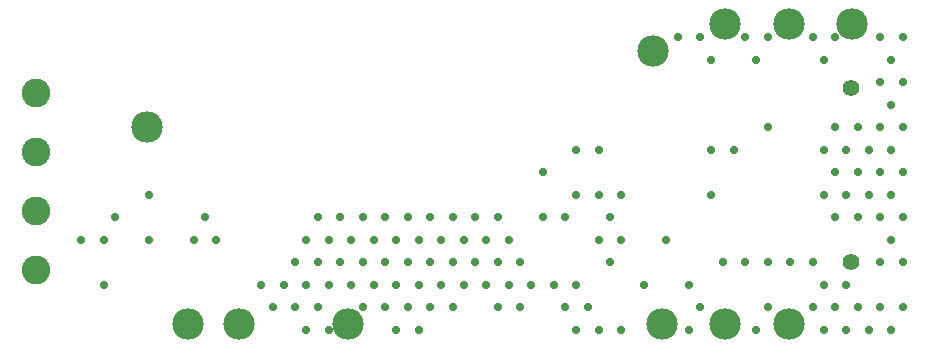
<source format=gbs>
G04*
G04 #@! TF.GenerationSoftware,Altium Limited,Altium Designer,20.0.14 (345)*
G04*
G04 Layer_Color=16711935*
%FSAX25Y25*%
%MOIN*%
G70*
G01*
G75*
%ADD40C,0.10500*%
%ADD41C,0.09555*%
%ADD42C,0.02900*%
%ADD43C,0.05500*%
D40*
X0294500Y0109500D02*
D03*
X0273333Y0009500D02*
D03*
X0252167D02*
D03*
X0231000D02*
D03*
X0090000D02*
D03*
X0059500Y0075000D02*
D03*
X0073000Y0009500D02*
D03*
X0252167Y0109500D02*
D03*
X0273333D02*
D03*
X0228000Y0100500D02*
D03*
X0126500Y0009500D02*
D03*
D41*
X0022500Y0086583D02*
D03*
Y0066898D02*
D03*
Y0027528D02*
D03*
Y0047213D02*
D03*
D42*
X0311250Y0105000D02*
D03*
X0307500Y0097500D02*
D03*
X0311250Y0090000D02*
D03*
X0307500Y0082500D02*
D03*
X0311250Y0075000D02*
D03*
X0307500Y0067500D02*
D03*
X0311250Y0060000D02*
D03*
X0307500Y0052500D02*
D03*
X0311250Y0045000D02*
D03*
X0307500Y0037500D02*
D03*
X0311250Y0030000D02*
D03*
Y0015000D02*
D03*
X0307500Y0007500D02*
D03*
X0303750Y0105000D02*
D03*
Y0090000D02*
D03*
Y0075000D02*
D03*
X0300000Y0067500D02*
D03*
X0303750Y0060000D02*
D03*
X0300000Y0052500D02*
D03*
X0303750Y0045000D02*
D03*
Y0030000D02*
D03*
Y0015000D02*
D03*
X0300000Y0007500D02*
D03*
X0296250Y0075000D02*
D03*
X0292500Y0067500D02*
D03*
X0296250Y0060000D02*
D03*
X0292500Y0052500D02*
D03*
X0296250Y0045000D02*
D03*
X0292500Y0022500D02*
D03*
X0296250Y0015000D02*
D03*
X0292500Y0007500D02*
D03*
X0288750Y0105000D02*
D03*
X0285000Y0097500D02*
D03*
X0288750Y0075000D02*
D03*
X0285000Y0067500D02*
D03*
X0288750Y0060000D02*
D03*
X0285000Y0052500D02*
D03*
X0288750Y0045000D02*
D03*
X0285000Y0022500D02*
D03*
X0288750Y0015000D02*
D03*
X0285000Y0007500D02*
D03*
X0281250Y0105000D02*
D03*
Y0030000D02*
D03*
Y0015000D02*
D03*
X0273750Y0030000D02*
D03*
X0266250Y0105000D02*
D03*
X0262500Y0097500D02*
D03*
X0266250Y0075000D02*
D03*
Y0030000D02*
D03*
Y0015000D02*
D03*
X0262500Y0007500D02*
D03*
X0258750Y0105000D02*
D03*
X0255000Y0067500D02*
D03*
X0258750Y0030000D02*
D03*
X0247500Y0097500D02*
D03*
Y0067500D02*
D03*
Y0052500D02*
D03*
X0251250Y0030000D02*
D03*
X0243750Y0105000D02*
D03*
X0240000Y0022500D02*
D03*
X0243750Y0015000D02*
D03*
X0240000Y0007500D02*
D03*
X0236250Y0105000D02*
D03*
X0232500Y0037500D02*
D03*
X0225000Y0022500D02*
D03*
X0217500Y0052500D02*
D03*
Y0037500D02*
D03*
Y0007500D02*
D03*
X0210000Y0067500D02*
D03*
Y0052500D02*
D03*
X0213750Y0045000D02*
D03*
X0210000Y0037500D02*
D03*
X0213750Y0030000D02*
D03*
X0210000Y0007500D02*
D03*
X0202500Y0067500D02*
D03*
Y0052500D02*
D03*
Y0022500D02*
D03*
X0206250Y0015000D02*
D03*
X0202500Y0007500D02*
D03*
X0198750Y0045000D02*
D03*
X0195000Y0022500D02*
D03*
X0198750Y0015000D02*
D03*
X0191250Y0060000D02*
D03*
Y0045000D02*
D03*
X0187500Y0022500D02*
D03*
X0180000Y0037500D02*
D03*
X0183750Y0030000D02*
D03*
X0180000Y0022500D02*
D03*
X0183750Y0015000D02*
D03*
X0176250Y0045000D02*
D03*
X0172500Y0037500D02*
D03*
X0176250Y0030000D02*
D03*
X0172500Y0022500D02*
D03*
X0176250Y0015000D02*
D03*
X0168750Y0045000D02*
D03*
X0165000Y0037500D02*
D03*
X0168750Y0030000D02*
D03*
X0165000Y0022500D02*
D03*
X0161250Y0045000D02*
D03*
X0157500Y0037500D02*
D03*
X0161250Y0030000D02*
D03*
X0157500Y0022500D02*
D03*
X0161250Y0015000D02*
D03*
X0153750Y0045000D02*
D03*
X0150000Y0037500D02*
D03*
X0153750Y0030000D02*
D03*
X0150000Y0022500D02*
D03*
X0153750Y0015000D02*
D03*
X0150000Y0007500D02*
D03*
X0146250Y0045000D02*
D03*
X0142500Y0037500D02*
D03*
X0146250Y0030000D02*
D03*
X0142500Y0022500D02*
D03*
X0146250Y0015000D02*
D03*
X0142500Y0007500D02*
D03*
X0138750Y0045000D02*
D03*
X0135000Y0037500D02*
D03*
X0138750Y0030000D02*
D03*
X0135000Y0022500D02*
D03*
X0138750Y0015000D02*
D03*
X0131250Y0045000D02*
D03*
X0127500Y0037500D02*
D03*
X0131250Y0030000D02*
D03*
X0127500Y0022500D02*
D03*
X0131250Y0015000D02*
D03*
X0123750Y0045000D02*
D03*
X0120000Y0037500D02*
D03*
X0123750Y0030000D02*
D03*
X0120000Y0022500D02*
D03*
Y0007500D02*
D03*
X0116250Y0045000D02*
D03*
X0112500Y0037500D02*
D03*
X0116250Y0030000D02*
D03*
X0112500Y0022500D02*
D03*
X0116250Y0015000D02*
D03*
X0112500Y0007500D02*
D03*
X0108750Y0030000D02*
D03*
X0105000Y0022500D02*
D03*
X0108750Y0015000D02*
D03*
X0097500Y0022500D02*
D03*
X0101250Y0015000D02*
D03*
X0082500Y0037500D02*
D03*
X0078750Y0045000D02*
D03*
X0075000Y0037500D02*
D03*
X0060000Y0052500D02*
D03*
Y0037500D02*
D03*
X0048750Y0045000D02*
D03*
X0045000Y0037500D02*
D03*
Y0022500D02*
D03*
X0037500Y0037500D02*
D03*
D43*
X0293996Y0030118D02*
D03*
Y0087992D02*
D03*
M02*

</source>
